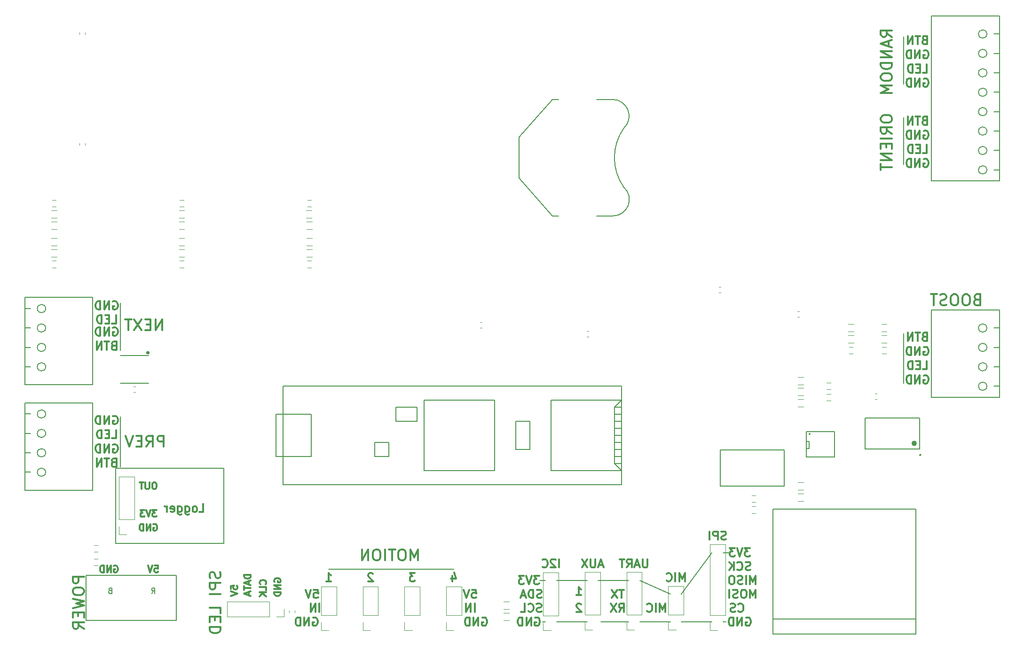
<source format=gbr>
G04 #@! TF.GenerationSoftware,KiCad,Pcbnew,5.1.2-f72e74a~84~ubuntu18.04.1*
G04 #@! TF.CreationDate,2019-07-06T16:20:52-06:00*
G04 #@! TF.ProjectId,colordance_mini,636f6c6f-7264-4616-9e63-655f6d696e69,rev?*
G04 #@! TF.SameCoordinates,Original*
G04 #@! TF.FileFunction,Legend,Bot*
G04 #@! TF.FilePolarity,Positive*
%FSLAX46Y46*%
G04 Gerber Fmt 4.6, Leading zero omitted, Abs format (unit mm)*
G04 Created by KiCad (PCBNEW 5.1.2-f72e74a~84~ubuntu18.04.1) date 2019-07-06 16:20:52*
%MOMM*%
%LPD*%
G04 APERTURE LIST*
%ADD10C,0.300000*%
%ADD11C,0.200000*%
%ADD12C,0.120000*%
%ADD13C,0.203200*%
%ADD14C,0.150000*%
G04 APERTURE END LIST*
D10*
X41314285Y-151400000D02*
X41428571Y-151342857D01*
X41600000Y-151342857D01*
X41771428Y-151400000D01*
X41885714Y-151514285D01*
X41942857Y-151628571D01*
X42000000Y-151857142D01*
X42000000Y-152028571D01*
X41942857Y-152257142D01*
X41885714Y-152371428D01*
X41771428Y-152485714D01*
X41600000Y-152542857D01*
X41485714Y-152542857D01*
X41314285Y-152485714D01*
X41257142Y-152428571D01*
X41257142Y-152028571D01*
X41485714Y-152028571D01*
X40742857Y-152542857D02*
X40742857Y-151342857D01*
X40057142Y-152542857D01*
X40057142Y-151342857D01*
X39485714Y-152542857D02*
X39485714Y-151342857D01*
X39200000Y-151342857D01*
X39028571Y-151400000D01*
X38914285Y-151514285D01*
X38857142Y-151628571D01*
X38800000Y-151857142D01*
X38800000Y-152028571D01*
X38857142Y-152257142D01*
X38914285Y-152371428D01*
X39028571Y-152485714D01*
X39200000Y-152542857D01*
X39485714Y-152542857D01*
D11*
X166741421Y-127600000D02*
G75*
G03X166741421Y-127600000I-141421J0D01*
G01*
D10*
X48700000Y-136342857D02*
X48471428Y-136342857D01*
X48357142Y-136400000D01*
X48242857Y-136514285D01*
X48185714Y-136742857D01*
X48185714Y-137142857D01*
X48242857Y-137371428D01*
X48357142Y-137485714D01*
X48471428Y-137542857D01*
X48700000Y-137542857D01*
X48814285Y-137485714D01*
X48928571Y-137371428D01*
X48985714Y-137142857D01*
X48985714Y-136742857D01*
X48928571Y-136514285D01*
X48814285Y-136400000D01*
X48700000Y-136342857D01*
X47671428Y-136342857D02*
X47671428Y-137314285D01*
X47614285Y-137428571D01*
X47557142Y-137485714D01*
X47442857Y-137542857D01*
X47214285Y-137542857D01*
X47100000Y-137485714D01*
X47042857Y-137428571D01*
X46985714Y-137314285D01*
X46985714Y-136342857D01*
X46585714Y-136342857D02*
X45900000Y-136342857D01*
X46242857Y-137542857D02*
X46242857Y-136342857D01*
X48985714Y-141342857D02*
X48242857Y-141342857D01*
X48642857Y-141800000D01*
X48471428Y-141800000D01*
X48357142Y-141857142D01*
X48300000Y-141914285D01*
X48242857Y-142028571D01*
X48242857Y-142314285D01*
X48300000Y-142428571D01*
X48357142Y-142485714D01*
X48471428Y-142542857D01*
X48814285Y-142542857D01*
X48928571Y-142485714D01*
X48985714Y-142428571D01*
X47900000Y-141342857D02*
X47500000Y-142542857D01*
X47100000Y-141342857D01*
X46814285Y-141342857D02*
X46071428Y-141342857D01*
X46471428Y-141800000D01*
X46300000Y-141800000D01*
X46185714Y-141857142D01*
X46128571Y-141914285D01*
X46071428Y-142028571D01*
X46071428Y-142314285D01*
X46128571Y-142428571D01*
X46185714Y-142485714D01*
X46300000Y-142542857D01*
X46642857Y-142542857D01*
X46757142Y-142485714D01*
X46814285Y-142428571D01*
X48414285Y-143900000D02*
X48528571Y-143842857D01*
X48700000Y-143842857D01*
X48871428Y-143900000D01*
X48985714Y-144014285D01*
X49042857Y-144128571D01*
X49100000Y-144357142D01*
X49100000Y-144528571D01*
X49042857Y-144757142D01*
X48985714Y-144871428D01*
X48871428Y-144985714D01*
X48700000Y-145042857D01*
X48585714Y-145042857D01*
X48414285Y-144985714D01*
X48357142Y-144928571D01*
X48357142Y-144528571D01*
X48585714Y-144528571D01*
X47842857Y-145042857D02*
X47842857Y-143842857D01*
X47157142Y-145042857D01*
X47157142Y-143842857D01*
X46585714Y-145042857D02*
X46585714Y-143842857D01*
X46300000Y-143842857D01*
X46128571Y-143900000D01*
X46014285Y-144014285D01*
X45957142Y-144128571D01*
X45900000Y-144357142D01*
X45900000Y-144528571D01*
X45957142Y-144757142D01*
X46014285Y-144871428D01*
X46128571Y-144985714D01*
X46300000Y-145042857D01*
X46585714Y-145042857D01*
X65942857Y-153000000D02*
X64742857Y-153000000D01*
X64742857Y-153285714D01*
X64800000Y-153457142D01*
X64914285Y-153571428D01*
X65028571Y-153628571D01*
X65257142Y-153685714D01*
X65428571Y-153685714D01*
X65657142Y-153628571D01*
X65771428Y-153571428D01*
X65885714Y-153457142D01*
X65942857Y-153285714D01*
X65942857Y-153000000D01*
X65600000Y-154142857D02*
X65600000Y-154714285D01*
X65942857Y-154028571D02*
X64742857Y-154428571D01*
X65942857Y-154828571D01*
X64742857Y-155057142D02*
X64742857Y-155742857D01*
X65942857Y-155400000D02*
X64742857Y-155400000D01*
X65600000Y-156085714D02*
X65600000Y-156657142D01*
X65942857Y-155971428D02*
X64742857Y-156371428D01*
X65942857Y-156771428D01*
X68628571Y-154685714D02*
X68685714Y-154628571D01*
X68742857Y-154457142D01*
X68742857Y-154342857D01*
X68685714Y-154171428D01*
X68571428Y-154057142D01*
X68457142Y-154000000D01*
X68228571Y-153942857D01*
X68057142Y-153942857D01*
X67828571Y-154000000D01*
X67714285Y-154057142D01*
X67600000Y-154171428D01*
X67542857Y-154342857D01*
X67542857Y-154457142D01*
X67600000Y-154628571D01*
X67657142Y-154685714D01*
X68742857Y-155771428D02*
X68742857Y-155200000D01*
X67542857Y-155200000D01*
X68742857Y-156171428D02*
X67542857Y-156171428D01*
X68742857Y-156857142D02*
X68057142Y-156342857D01*
X67542857Y-156857142D02*
X68228571Y-156171428D01*
X62342857Y-155571428D02*
X62342857Y-155000000D01*
X62914285Y-154942857D01*
X62857142Y-155000000D01*
X62800000Y-155114285D01*
X62800000Y-155400000D01*
X62857142Y-155514285D01*
X62914285Y-155571428D01*
X63028571Y-155628571D01*
X63314285Y-155628571D01*
X63428571Y-155571428D01*
X63485714Y-155514285D01*
X63542857Y-155400000D01*
X63542857Y-155114285D01*
X63485714Y-155000000D01*
X63428571Y-154942857D01*
X62342857Y-155971428D02*
X63542857Y-156371428D01*
X62342857Y-156771428D01*
X70200000Y-154285714D02*
X70142857Y-154171428D01*
X70142857Y-154000000D01*
X70200000Y-153828571D01*
X70314285Y-153714285D01*
X70428571Y-153657142D01*
X70657142Y-153600000D01*
X70828571Y-153600000D01*
X71057142Y-153657142D01*
X71171428Y-153714285D01*
X71285714Y-153828571D01*
X71342857Y-154000000D01*
X71342857Y-154114285D01*
X71285714Y-154285714D01*
X71228571Y-154342857D01*
X70828571Y-154342857D01*
X70828571Y-154114285D01*
X71342857Y-154857142D02*
X70142857Y-154857142D01*
X71342857Y-155542857D01*
X70142857Y-155542857D01*
X71342857Y-156114285D02*
X70142857Y-156114285D01*
X70142857Y-156400000D01*
X70200000Y-156571428D01*
X70314285Y-156685714D01*
X70428571Y-156742857D01*
X70657142Y-156800000D01*
X70828571Y-156800000D01*
X71057142Y-156742857D01*
X71171428Y-156685714D01*
X71285714Y-156571428D01*
X71342857Y-156400000D01*
X71342857Y-156114285D01*
X48628571Y-151342857D02*
X49200000Y-151342857D01*
X49257142Y-151914285D01*
X49200000Y-151857142D01*
X49085714Y-151800000D01*
X48800000Y-151800000D01*
X48685714Y-151857142D01*
X48628571Y-151914285D01*
X48571428Y-152028571D01*
X48571428Y-152314285D01*
X48628571Y-152428571D01*
X48685714Y-152485714D01*
X48800000Y-152542857D01*
X49085714Y-152542857D01*
X49200000Y-152485714D01*
X49257142Y-152428571D01*
X48228571Y-151342857D02*
X47828571Y-152542857D01*
X47428571Y-151342857D01*
X107642857Y-160750000D02*
X107785714Y-160678571D01*
X108000000Y-160678571D01*
X108214285Y-160750000D01*
X108357142Y-160892857D01*
X108428571Y-161035714D01*
X108500000Y-161321428D01*
X108500000Y-161535714D01*
X108428571Y-161821428D01*
X108357142Y-161964285D01*
X108214285Y-162107142D01*
X108000000Y-162178571D01*
X107857142Y-162178571D01*
X107642857Y-162107142D01*
X107571428Y-162035714D01*
X107571428Y-161535714D01*
X107857142Y-161535714D01*
X106928571Y-162178571D02*
X106928571Y-160678571D01*
X106071428Y-162178571D01*
X106071428Y-160678571D01*
X105357142Y-162178571D02*
X105357142Y-160678571D01*
X105000000Y-160678571D01*
X104785714Y-160750000D01*
X104642857Y-160892857D01*
X104571428Y-161035714D01*
X104500000Y-161321428D01*
X104500000Y-161535714D01*
X104571428Y-161821428D01*
X104642857Y-161964285D01*
X104785714Y-162107142D01*
X105000000Y-162178571D01*
X105357142Y-162178571D01*
X106285714Y-159678571D02*
X106285714Y-158178571D01*
X105571428Y-159678571D02*
X105571428Y-158178571D01*
X104714285Y-159678571D01*
X104714285Y-158178571D01*
X105785714Y-155678571D02*
X106500000Y-155678571D01*
X106571428Y-156392857D01*
X106500000Y-156321428D01*
X106357142Y-156250000D01*
X106000000Y-156250000D01*
X105857142Y-156321428D01*
X105785714Y-156392857D01*
X105714285Y-156535714D01*
X105714285Y-156892857D01*
X105785714Y-157035714D01*
X105857142Y-157107142D01*
X106000000Y-157178571D01*
X106357142Y-157178571D01*
X106500000Y-157107142D01*
X106571428Y-157035714D01*
X105285714Y-155678571D02*
X104785714Y-157178571D01*
X104285714Y-155678571D01*
X78285714Y-159678571D02*
X78285714Y-158178571D01*
X77571428Y-159678571D02*
X77571428Y-158178571D01*
X76714285Y-159678571D01*
X76714285Y-158178571D01*
X77142857Y-160750000D02*
X77285714Y-160678571D01*
X77500000Y-160678571D01*
X77714285Y-160750000D01*
X77857142Y-160892857D01*
X77928571Y-161035714D01*
X78000000Y-161321428D01*
X78000000Y-161535714D01*
X77928571Y-161821428D01*
X77857142Y-161964285D01*
X77714285Y-162107142D01*
X77500000Y-162178571D01*
X77357142Y-162178571D01*
X77142857Y-162107142D01*
X77071428Y-162035714D01*
X77071428Y-161535714D01*
X77357142Y-161535714D01*
X76428571Y-162178571D02*
X76428571Y-160678571D01*
X75571428Y-162178571D01*
X75571428Y-160678571D01*
X74857142Y-162178571D02*
X74857142Y-160678571D01*
X74500000Y-160678571D01*
X74285714Y-160750000D01*
X74142857Y-160892857D01*
X74071428Y-161035714D01*
X74000000Y-161321428D01*
X74000000Y-161535714D01*
X74071428Y-161821428D01*
X74142857Y-161964285D01*
X74285714Y-162107142D01*
X74500000Y-162178571D01*
X74857142Y-162178571D01*
X77285714Y-155678571D02*
X78000000Y-155678571D01*
X78071428Y-156392857D01*
X78000000Y-156321428D01*
X77857142Y-156250000D01*
X77500000Y-156250000D01*
X77357142Y-156321428D01*
X77285714Y-156392857D01*
X77214285Y-156535714D01*
X77214285Y-156892857D01*
X77285714Y-157035714D01*
X77357142Y-157107142D01*
X77500000Y-157178571D01*
X77857142Y-157178571D01*
X78000000Y-157107142D01*
X78071428Y-157035714D01*
X76785714Y-155678571D02*
X76285714Y-157178571D01*
X75785714Y-155678571D01*
X153750000Y-159535714D02*
X153821428Y-159607142D01*
X154035714Y-159678571D01*
X154178571Y-159678571D01*
X154392857Y-159607142D01*
X154535714Y-159464285D01*
X154607142Y-159321428D01*
X154678571Y-159035714D01*
X154678571Y-158821428D01*
X154607142Y-158535714D01*
X154535714Y-158392857D01*
X154392857Y-158250000D01*
X154178571Y-158178571D01*
X154035714Y-158178571D01*
X153821428Y-158250000D01*
X153750000Y-158321428D01*
X153178571Y-159607142D02*
X152964285Y-159678571D01*
X152607142Y-159678571D01*
X152464285Y-159607142D01*
X152392857Y-159535714D01*
X152321428Y-159392857D01*
X152321428Y-159250000D01*
X152392857Y-159107142D01*
X152464285Y-159035714D01*
X152607142Y-158964285D01*
X152892857Y-158892857D01*
X153035714Y-158821428D01*
X153107142Y-158750000D01*
X153178571Y-158607142D01*
X153178571Y-158464285D01*
X153107142Y-158321428D01*
X153035714Y-158250000D01*
X152892857Y-158178571D01*
X152535714Y-158178571D01*
X152321428Y-158250000D01*
X156857142Y-157178571D02*
X156857142Y-155678571D01*
X156357142Y-156750000D01*
X155857142Y-155678571D01*
X155857142Y-157178571D01*
X154857142Y-155678571D02*
X154571428Y-155678571D01*
X154428571Y-155750000D01*
X154285714Y-155892857D01*
X154214285Y-156178571D01*
X154214285Y-156678571D01*
X154285714Y-156964285D01*
X154428571Y-157107142D01*
X154571428Y-157178571D01*
X154857142Y-157178571D01*
X155000000Y-157107142D01*
X155142857Y-156964285D01*
X155214285Y-156678571D01*
X155214285Y-156178571D01*
X155142857Y-155892857D01*
X155000000Y-155750000D01*
X154857142Y-155678571D01*
X153642857Y-157107142D02*
X153428571Y-157178571D01*
X153071428Y-157178571D01*
X152928571Y-157107142D01*
X152857142Y-157035714D01*
X152785714Y-156892857D01*
X152785714Y-156750000D01*
X152857142Y-156607142D01*
X152928571Y-156535714D01*
X153071428Y-156464285D01*
X153357142Y-156392857D01*
X153500000Y-156321428D01*
X153571428Y-156250000D01*
X153642857Y-156107142D01*
X153642857Y-155964285D01*
X153571428Y-155821428D01*
X153500000Y-155750000D01*
X153357142Y-155678571D01*
X153000000Y-155678571D01*
X152785714Y-155750000D01*
X152142857Y-157178571D02*
X152142857Y-155678571D01*
X156857142Y-154678571D02*
X156857142Y-153178571D01*
X156357142Y-154250000D01*
X155857142Y-153178571D01*
X155857142Y-154678571D01*
X155142857Y-154678571D02*
X155142857Y-153178571D01*
X154500000Y-154607142D02*
X154285714Y-154678571D01*
X153928571Y-154678571D01*
X153785714Y-154607142D01*
X153714285Y-154535714D01*
X153642857Y-154392857D01*
X153642857Y-154250000D01*
X153714285Y-154107142D01*
X153785714Y-154035714D01*
X153928571Y-153964285D01*
X154214285Y-153892857D01*
X154357142Y-153821428D01*
X154428571Y-153750000D01*
X154500000Y-153607142D01*
X154500000Y-153464285D01*
X154428571Y-153321428D01*
X154357142Y-153250000D01*
X154214285Y-153178571D01*
X153857142Y-153178571D01*
X153642857Y-153250000D01*
X152714285Y-153178571D02*
X152428571Y-153178571D01*
X152285714Y-153250000D01*
X152142857Y-153392857D01*
X152071428Y-153678571D01*
X152071428Y-154178571D01*
X152142857Y-154464285D01*
X152285714Y-154607142D01*
X152428571Y-154678571D01*
X152714285Y-154678571D01*
X152857142Y-154607142D01*
X153000000Y-154464285D01*
X153071428Y-154178571D01*
X153071428Y-153678571D01*
X153000000Y-153392857D01*
X152857142Y-153250000D01*
X152714285Y-153178571D01*
X155928571Y-152107142D02*
X155714285Y-152178571D01*
X155357142Y-152178571D01*
X155214285Y-152107142D01*
X155142857Y-152035714D01*
X155071428Y-151892857D01*
X155071428Y-151750000D01*
X155142857Y-151607142D01*
X155214285Y-151535714D01*
X155357142Y-151464285D01*
X155642857Y-151392857D01*
X155785714Y-151321428D01*
X155857142Y-151250000D01*
X155928571Y-151107142D01*
X155928571Y-150964285D01*
X155857142Y-150821428D01*
X155785714Y-150750000D01*
X155642857Y-150678571D01*
X155285714Y-150678571D01*
X155071428Y-150750000D01*
X153571428Y-152035714D02*
X153642857Y-152107142D01*
X153857142Y-152178571D01*
X154000000Y-152178571D01*
X154214285Y-152107142D01*
X154357142Y-151964285D01*
X154428571Y-151821428D01*
X154500000Y-151535714D01*
X154500000Y-151321428D01*
X154428571Y-151035714D01*
X154357142Y-150892857D01*
X154214285Y-150750000D01*
X154000000Y-150678571D01*
X153857142Y-150678571D01*
X153642857Y-150750000D01*
X153571428Y-150821428D01*
X152928571Y-152178571D02*
X152928571Y-150678571D01*
X152071428Y-152178571D02*
X152714285Y-151321428D01*
X152071428Y-150678571D02*
X152928571Y-151535714D01*
X140607142Y-159678571D02*
X140607142Y-158178571D01*
X140107142Y-159250000D01*
X139607142Y-158178571D01*
X139607142Y-159678571D01*
X138892857Y-159678571D02*
X138892857Y-158178571D01*
X137321428Y-159535714D02*
X137392857Y-159607142D01*
X137607142Y-159678571D01*
X137750000Y-159678571D01*
X137964285Y-159607142D01*
X138107142Y-159464285D01*
X138178571Y-159321428D01*
X138250000Y-159035714D01*
X138250000Y-158821428D01*
X138178571Y-158535714D01*
X138107142Y-158392857D01*
X137964285Y-158250000D01*
X137750000Y-158178571D01*
X137607142Y-158178571D01*
X137392857Y-158250000D01*
X137321428Y-158321428D01*
X132250000Y-159678571D02*
X132750000Y-158964285D01*
X133107142Y-159678571D02*
X133107142Y-158178571D01*
X132535714Y-158178571D01*
X132392857Y-158250000D01*
X132321428Y-158321428D01*
X132250000Y-158464285D01*
X132250000Y-158678571D01*
X132321428Y-158821428D01*
X132392857Y-158892857D01*
X132535714Y-158964285D01*
X133107142Y-158964285D01*
X131750000Y-158178571D02*
X130750000Y-159678571D01*
X130750000Y-158178571D02*
X131750000Y-159678571D01*
X133142857Y-155678571D02*
X132285714Y-155678571D01*
X132714285Y-157178571D02*
X132714285Y-155678571D01*
X131928571Y-155678571D02*
X130928571Y-157178571D01*
X130928571Y-155678571D02*
X131928571Y-157178571D01*
X125428571Y-158321428D02*
X125357142Y-158250000D01*
X125214285Y-158178571D01*
X124857142Y-158178571D01*
X124714285Y-158250000D01*
X124642857Y-158321428D01*
X124571428Y-158464285D01*
X124571428Y-158607142D01*
X124642857Y-158821428D01*
X125500000Y-159678571D01*
X124571428Y-159678571D01*
X124571428Y-156678571D02*
X125428571Y-156678571D01*
X125000000Y-156678571D02*
X125000000Y-155178571D01*
X125142857Y-155392857D01*
X125285714Y-155535714D01*
X125428571Y-155607142D01*
X118285714Y-159607142D02*
X118071428Y-159678571D01*
X117714285Y-159678571D01*
X117571428Y-159607142D01*
X117500000Y-159535714D01*
X117428571Y-159392857D01*
X117428571Y-159250000D01*
X117500000Y-159107142D01*
X117571428Y-159035714D01*
X117714285Y-158964285D01*
X118000000Y-158892857D01*
X118142857Y-158821428D01*
X118214285Y-158750000D01*
X118285714Y-158607142D01*
X118285714Y-158464285D01*
X118214285Y-158321428D01*
X118142857Y-158250000D01*
X118000000Y-158178571D01*
X117642857Y-158178571D01*
X117428571Y-158250000D01*
X115928571Y-159535714D02*
X116000000Y-159607142D01*
X116214285Y-159678571D01*
X116357142Y-159678571D01*
X116571428Y-159607142D01*
X116714285Y-159464285D01*
X116785714Y-159321428D01*
X116857142Y-159035714D01*
X116857142Y-158821428D01*
X116785714Y-158535714D01*
X116714285Y-158392857D01*
X116571428Y-158250000D01*
X116357142Y-158178571D01*
X116214285Y-158178571D01*
X116000000Y-158250000D01*
X115928571Y-158321428D01*
X114571428Y-159678571D02*
X115285714Y-159678571D01*
X115285714Y-158178571D01*
X118321428Y-157107142D02*
X118107142Y-157178571D01*
X117750000Y-157178571D01*
X117607142Y-157107142D01*
X117535714Y-157035714D01*
X117464285Y-156892857D01*
X117464285Y-156750000D01*
X117535714Y-156607142D01*
X117607142Y-156535714D01*
X117750000Y-156464285D01*
X118035714Y-156392857D01*
X118178571Y-156321428D01*
X118250000Y-156250000D01*
X118321428Y-156107142D01*
X118321428Y-155964285D01*
X118250000Y-155821428D01*
X118178571Y-155750000D01*
X118035714Y-155678571D01*
X117678571Y-155678571D01*
X117464285Y-155750000D01*
X116821428Y-157178571D02*
X116821428Y-155678571D01*
X116464285Y-155678571D01*
X116250000Y-155750000D01*
X116107142Y-155892857D01*
X116035714Y-156035714D01*
X115964285Y-156321428D01*
X115964285Y-156535714D01*
X116035714Y-156821428D01*
X116107142Y-156964285D01*
X116250000Y-157107142D01*
X116464285Y-157178571D01*
X116821428Y-157178571D01*
X115392857Y-156750000D02*
X114678571Y-156750000D01*
X115535714Y-157178571D02*
X115035714Y-155678571D01*
X114535714Y-157178571D01*
D11*
X151000000Y-149000000D02*
X152000000Y-149000000D01*
D10*
X155857142Y-148178571D02*
X154928571Y-148178571D01*
X155428571Y-148750000D01*
X155214285Y-148750000D01*
X155071428Y-148821428D01*
X155000000Y-148892857D01*
X154928571Y-149035714D01*
X154928571Y-149392857D01*
X155000000Y-149535714D01*
X155071428Y-149607142D01*
X155214285Y-149678571D01*
X155642857Y-149678571D01*
X155785714Y-149607142D01*
X155857142Y-149535714D01*
X154500000Y-148178571D02*
X154000000Y-149678571D01*
X153500000Y-148178571D01*
X153142857Y-148178571D02*
X152214285Y-148178571D01*
X152714285Y-148750000D01*
X152500000Y-148750000D01*
X152357142Y-148821428D01*
X152285714Y-148892857D01*
X152214285Y-149035714D01*
X152214285Y-149392857D01*
X152285714Y-149535714D01*
X152357142Y-149607142D01*
X152500000Y-149678571D01*
X152928571Y-149678571D01*
X153071428Y-149607142D01*
X153142857Y-149535714D01*
D11*
X143500000Y-156500000D02*
X149000000Y-149000000D01*
X136000000Y-154000000D02*
X141500000Y-156500000D01*
X128500000Y-154000000D02*
X134000000Y-154000000D01*
X121000000Y-154000000D02*
X126500000Y-154000000D01*
X118000000Y-154000000D02*
X119000000Y-154000000D01*
D10*
X117857142Y-153178571D02*
X116928571Y-153178571D01*
X117428571Y-153750000D01*
X117214285Y-153750000D01*
X117071428Y-153821428D01*
X117000000Y-153892857D01*
X116928571Y-154035714D01*
X116928571Y-154392857D01*
X117000000Y-154535714D01*
X117071428Y-154607142D01*
X117214285Y-154678571D01*
X117642857Y-154678571D01*
X117785714Y-154607142D01*
X117857142Y-154535714D01*
X116500000Y-153178571D02*
X116000000Y-154678571D01*
X115500000Y-153178571D01*
X115142857Y-153178571D02*
X114214285Y-153178571D01*
X114714285Y-153750000D01*
X114500000Y-153750000D01*
X114357142Y-153821428D01*
X114285714Y-153892857D01*
X114214285Y-154035714D01*
X114214285Y-154392857D01*
X114285714Y-154535714D01*
X114357142Y-154607142D01*
X114500000Y-154678571D01*
X114928571Y-154678571D01*
X115071428Y-154607142D01*
X115142857Y-154535714D01*
X121464285Y-151678571D02*
X121464285Y-150178571D01*
X120821428Y-150321428D02*
X120750000Y-150250000D01*
X120607142Y-150178571D01*
X120250000Y-150178571D01*
X120107142Y-150250000D01*
X120035714Y-150321428D01*
X119964285Y-150464285D01*
X119964285Y-150607142D01*
X120035714Y-150821428D01*
X120892857Y-151678571D01*
X119964285Y-151678571D01*
X118464285Y-151535714D02*
X118535714Y-151607142D01*
X118750000Y-151678571D01*
X118892857Y-151678571D01*
X119107142Y-151607142D01*
X119250000Y-151464285D01*
X119321428Y-151321428D01*
X119392857Y-151035714D01*
X119392857Y-150821428D01*
X119321428Y-150535714D01*
X119250000Y-150392857D01*
X119107142Y-150250000D01*
X118892857Y-150178571D01*
X118750000Y-150178571D01*
X118535714Y-150250000D01*
X118464285Y-150321428D01*
X129357142Y-151250000D02*
X128642857Y-151250000D01*
X129500000Y-151678571D02*
X129000000Y-150178571D01*
X128500000Y-151678571D01*
X128000000Y-150178571D02*
X128000000Y-151392857D01*
X127928571Y-151535714D01*
X127857142Y-151607142D01*
X127714285Y-151678571D01*
X127428571Y-151678571D01*
X127285714Y-151607142D01*
X127214285Y-151535714D01*
X127142857Y-151392857D01*
X127142857Y-150178571D01*
X126571428Y-150178571D02*
X125571428Y-151678571D01*
X125571428Y-150178571D02*
X126571428Y-151678571D01*
X137392857Y-150178571D02*
X137392857Y-151392857D01*
X137321428Y-151535714D01*
X137250000Y-151607142D01*
X137107142Y-151678571D01*
X136821428Y-151678571D01*
X136678571Y-151607142D01*
X136607142Y-151535714D01*
X136535714Y-151392857D01*
X136535714Y-150178571D01*
X135892857Y-151250000D02*
X135178571Y-151250000D01*
X136035714Y-151678571D02*
X135535714Y-150178571D01*
X135035714Y-151678571D01*
X133678571Y-151678571D02*
X134178571Y-150964285D01*
X134535714Y-151678571D02*
X134535714Y-150178571D01*
X133964285Y-150178571D01*
X133821428Y-150250000D01*
X133750000Y-150321428D01*
X133678571Y-150464285D01*
X133678571Y-150678571D01*
X133750000Y-150821428D01*
X133821428Y-150892857D01*
X133964285Y-150964285D01*
X134535714Y-150964285D01*
X133250000Y-150178571D02*
X132392857Y-150178571D01*
X132821428Y-151678571D02*
X132821428Y-150178571D01*
X144107142Y-154178571D02*
X144107142Y-152678571D01*
X143607142Y-153750000D01*
X143107142Y-152678571D01*
X143107142Y-154178571D01*
X142392857Y-154178571D02*
X142392857Y-152678571D01*
X140821428Y-154035714D02*
X140892857Y-154107142D01*
X141107142Y-154178571D01*
X141250000Y-154178571D01*
X141464285Y-154107142D01*
X141607142Y-153964285D01*
X141678571Y-153821428D01*
X141750000Y-153535714D01*
X141750000Y-153321428D01*
X141678571Y-153035714D01*
X141607142Y-152892857D01*
X141464285Y-152750000D01*
X141250000Y-152678571D01*
X141107142Y-152678571D01*
X140892857Y-152750000D01*
X140821428Y-152821428D01*
X151535714Y-146607142D02*
X151321428Y-146678571D01*
X150964285Y-146678571D01*
X150821428Y-146607142D01*
X150750000Y-146535714D01*
X150678571Y-146392857D01*
X150678571Y-146250000D01*
X150750000Y-146107142D01*
X150821428Y-146035714D01*
X150964285Y-145964285D01*
X151250000Y-145892857D01*
X151392857Y-145821428D01*
X151464285Y-145750000D01*
X151535714Y-145607142D01*
X151535714Y-145464285D01*
X151464285Y-145321428D01*
X151392857Y-145250000D01*
X151250000Y-145178571D01*
X150892857Y-145178571D01*
X150678571Y-145250000D01*
X150035714Y-146678571D02*
X150035714Y-145178571D01*
X149464285Y-145178571D01*
X149321428Y-145250000D01*
X149250000Y-145321428D01*
X149178571Y-145464285D01*
X149178571Y-145678571D01*
X149250000Y-145821428D01*
X149321428Y-145892857D01*
X149464285Y-145964285D01*
X150035714Y-145964285D01*
X148535714Y-146678571D02*
X148535714Y-145178571D01*
D11*
X119000000Y-161500000D02*
X118500000Y-161500000D01*
X151000000Y-161500000D02*
X151500000Y-161500000D01*
X143500000Y-161500000D02*
X149000000Y-161500000D01*
X136000000Y-161500000D02*
X141500000Y-161500000D01*
X129000000Y-161500000D02*
X134000000Y-161500000D01*
X121000000Y-161500000D02*
X126500000Y-161500000D01*
D10*
X117142857Y-160750000D02*
X117285714Y-160678571D01*
X117500000Y-160678571D01*
X117714285Y-160750000D01*
X117857142Y-160892857D01*
X117928571Y-161035714D01*
X118000000Y-161321428D01*
X118000000Y-161535714D01*
X117928571Y-161821428D01*
X117857142Y-161964285D01*
X117714285Y-162107142D01*
X117500000Y-162178571D01*
X117357142Y-162178571D01*
X117142857Y-162107142D01*
X117071428Y-162035714D01*
X117071428Y-161535714D01*
X117357142Y-161535714D01*
X116428571Y-162178571D02*
X116428571Y-160678571D01*
X115571428Y-162178571D01*
X115571428Y-160678571D01*
X114857142Y-162178571D02*
X114857142Y-160678571D01*
X114500000Y-160678571D01*
X114285714Y-160750000D01*
X114142857Y-160892857D01*
X114071428Y-161035714D01*
X114000000Y-161321428D01*
X114000000Y-161535714D01*
X114071428Y-161821428D01*
X114142857Y-161964285D01*
X114285714Y-162107142D01*
X114500000Y-162178571D01*
X114857142Y-162178571D01*
X155142857Y-160750000D02*
X155285714Y-160678571D01*
X155500000Y-160678571D01*
X155714285Y-160750000D01*
X155857142Y-160892857D01*
X155928571Y-161035714D01*
X156000000Y-161321428D01*
X156000000Y-161535714D01*
X155928571Y-161821428D01*
X155857142Y-161964285D01*
X155714285Y-162107142D01*
X155500000Y-162178571D01*
X155357142Y-162178571D01*
X155142857Y-162107142D01*
X155071428Y-162035714D01*
X155071428Y-161535714D01*
X155357142Y-161535714D01*
X154428571Y-162178571D02*
X154428571Y-160678571D01*
X153571428Y-162178571D01*
X153571428Y-160678571D01*
X152857142Y-162178571D02*
X152857142Y-160678571D01*
X152500000Y-160678571D01*
X152285714Y-160750000D01*
X152142857Y-160892857D01*
X152071428Y-161035714D01*
X152000000Y-161321428D01*
X152000000Y-161535714D01*
X152071428Y-161821428D01*
X152142857Y-161964285D01*
X152285714Y-162107142D01*
X152500000Y-162178571D01*
X152857142Y-162178571D01*
D11*
X80000000Y-152000000D02*
X102500000Y-152000000D01*
D10*
X79571428Y-154178571D02*
X80428571Y-154178571D01*
X80000000Y-154178571D02*
X80000000Y-152678571D01*
X80142857Y-152892857D01*
X80285714Y-153035714D01*
X80428571Y-153107142D01*
X87928571Y-152821428D02*
X87857142Y-152750000D01*
X87714285Y-152678571D01*
X87357142Y-152678571D01*
X87214285Y-152750000D01*
X87142857Y-152821428D01*
X87071428Y-152964285D01*
X87071428Y-153107142D01*
X87142857Y-153321428D01*
X88000000Y-154178571D01*
X87071428Y-154178571D01*
X95500000Y-152678571D02*
X94571428Y-152678571D01*
X95071428Y-153250000D01*
X94857142Y-153250000D01*
X94714285Y-153321428D01*
X94642857Y-153392857D01*
X94571428Y-153535714D01*
X94571428Y-153892857D01*
X94642857Y-154035714D01*
X94714285Y-154107142D01*
X94857142Y-154178571D01*
X95285714Y-154178571D01*
X95428571Y-154107142D01*
X95500000Y-154035714D01*
X102214285Y-153178571D02*
X102214285Y-154178571D01*
X102571428Y-152607142D02*
X102928571Y-153678571D01*
X102000000Y-153678571D01*
X96047619Y-150404761D02*
X96047619Y-148404761D01*
X95380952Y-149833333D01*
X94714285Y-148404761D01*
X94714285Y-150404761D01*
X93380952Y-148404761D02*
X93000000Y-148404761D01*
X92809523Y-148500000D01*
X92619047Y-148690476D01*
X92523809Y-149071428D01*
X92523809Y-149738095D01*
X92619047Y-150119047D01*
X92809523Y-150309523D01*
X93000000Y-150404761D01*
X93380952Y-150404761D01*
X93571428Y-150309523D01*
X93761904Y-150119047D01*
X93857142Y-149738095D01*
X93857142Y-149071428D01*
X93761904Y-148690476D01*
X93571428Y-148500000D01*
X93380952Y-148404761D01*
X91952380Y-148404761D02*
X90809523Y-148404761D01*
X91380952Y-150404761D02*
X91380952Y-148404761D01*
X90142857Y-150404761D02*
X90142857Y-148404761D01*
X88809523Y-148404761D02*
X88428571Y-148404761D01*
X88238095Y-148500000D01*
X88047619Y-148690476D01*
X87952380Y-149071428D01*
X87952380Y-149738095D01*
X88047619Y-150119047D01*
X88238095Y-150309523D01*
X88428571Y-150404761D01*
X88809523Y-150404761D01*
X89000000Y-150309523D01*
X89190476Y-150119047D01*
X89285714Y-149738095D01*
X89285714Y-149071428D01*
X89190476Y-148690476D01*
X89000000Y-148500000D01*
X88809523Y-148404761D01*
X87095238Y-150404761D02*
X87095238Y-148404761D01*
X85952380Y-150404761D01*
X85952380Y-148404761D01*
D11*
X183500000Y-109500000D02*
X183500000Y-118500000D01*
X183500000Y-70500000D02*
X183500000Y-79000000D01*
X183500000Y-56000000D02*
X183500000Y-64500000D01*
D10*
X181404761Y-56023809D02*
X180452380Y-55357142D01*
X181404761Y-54880952D02*
X179404761Y-54880952D01*
X179404761Y-55642857D01*
X179500000Y-55833333D01*
X179595238Y-55928571D01*
X179785714Y-56023809D01*
X180071428Y-56023809D01*
X180261904Y-55928571D01*
X180357142Y-55833333D01*
X180452380Y-55642857D01*
X180452380Y-54880952D01*
X180833333Y-56785714D02*
X180833333Y-57738095D01*
X181404761Y-56595238D02*
X179404761Y-57261904D01*
X181404761Y-57928571D01*
X181404761Y-58595238D02*
X179404761Y-58595238D01*
X181404761Y-59738095D01*
X179404761Y-59738095D01*
X181404761Y-60690476D02*
X179404761Y-60690476D01*
X179404761Y-61166666D01*
X179500000Y-61452380D01*
X179690476Y-61642857D01*
X179880952Y-61738095D01*
X180261904Y-61833333D01*
X180547619Y-61833333D01*
X180928571Y-61738095D01*
X181119047Y-61642857D01*
X181309523Y-61452380D01*
X181404761Y-61166666D01*
X181404761Y-60690476D01*
X179404761Y-63071428D02*
X179404761Y-63452380D01*
X179500000Y-63642857D01*
X179690476Y-63833333D01*
X180071428Y-63928571D01*
X180738095Y-63928571D01*
X181119047Y-63833333D01*
X181309523Y-63642857D01*
X181404761Y-63452380D01*
X181404761Y-63071428D01*
X181309523Y-62880952D01*
X181119047Y-62690476D01*
X180738095Y-62595238D01*
X180071428Y-62595238D01*
X179690476Y-62690476D01*
X179500000Y-62880952D01*
X179404761Y-63071428D01*
X181404761Y-64785714D02*
X179404761Y-64785714D01*
X180833333Y-65452380D01*
X179404761Y-66119047D01*
X181404761Y-66119047D01*
X179404761Y-70619047D02*
X179404761Y-71000000D01*
X179500000Y-71190476D01*
X179690476Y-71380952D01*
X180071428Y-71476190D01*
X180738095Y-71476190D01*
X181119047Y-71380952D01*
X181309523Y-71190476D01*
X181404761Y-71000000D01*
X181404761Y-70619047D01*
X181309523Y-70428571D01*
X181119047Y-70238095D01*
X180738095Y-70142857D01*
X180071428Y-70142857D01*
X179690476Y-70238095D01*
X179500000Y-70428571D01*
X179404761Y-70619047D01*
X181404761Y-73476190D02*
X180452380Y-72809523D01*
X181404761Y-72333333D02*
X179404761Y-72333333D01*
X179404761Y-73095238D01*
X179500000Y-73285714D01*
X179595238Y-73380952D01*
X179785714Y-73476190D01*
X180071428Y-73476190D01*
X180261904Y-73380952D01*
X180357142Y-73285714D01*
X180452380Y-73095238D01*
X180452380Y-72333333D01*
X181404761Y-74333333D02*
X179404761Y-74333333D01*
X180357142Y-75285714D02*
X180357142Y-75952380D01*
X181404761Y-76238095D02*
X181404761Y-75285714D01*
X179404761Y-75285714D01*
X179404761Y-76238095D01*
X181404761Y-77095238D02*
X179404761Y-77095238D01*
X181404761Y-78238095D01*
X179404761Y-78238095D01*
X179404761Y-78904761D02*
X179404761Y-80047619D01*
X181404761Y-79476190D02*
X179404761Y-79476190D01*
X196666666Y-103357142D02*
X196380952Y-103452380D01*
X196285714Y-103547619D01*
X196190476Y-103738095D01*
X196190476Y-104023809D01*
X196285714Y-104214285D01*
X196380952Y-104309523D01*
X196571428Y-104404761D01*
X197333333Y-104404761D01*
X197333333Y-102404761D01*
X196666666Y-102404761D01*
X196476190Y-102500000D01*
X196380952Y-102595238D01*
X196285714Y-102785714D01*
X196285714Y-102976190D01*
X196380952Y-103166666D01*
X196476190Y-103261904D01*
X196666666Y-103357142D01*
X197333333Y-103357142D01*
X194952380Y-102404761D02*
X194571428Y-102404761D01*
X194380952Y-102500000D01*
X194190476Y-102690476D01*
X194095238Y-103071428D01*
X194095238Y-103738095D01*
X194190476Y-104119047D01*
X194380952Y-104309523D01*
X194571428Y-104404761D01*
X194952380Y-104404761D01*
X195142857Y-104309523D01*
X195333333Y-104119047D01*
X195428571Y-103738095D01*
X195428571Y-103071428D01*
X195333333Y-102690476D01*
X195142857Y-102500000D01*
X194952380Y-102404761D01*
X192857142Y-102404761D02*
X192476190Y-102404761D01*
X192285714Y-102500000D01*
X192095238Y-102690476D01*
X192000000Y-103071428D01*
X192000000Y-103738095D01*
X192095238Y-104119047D01*
X192285714Y-104309523D01*
X192476190Y-104404761D01*
X192857142Y-104404761D01*
X193047619Y-104309523D01*
X193238095Y-104119047D01*
X193333333Y-103738095D01*
X193333333Y-103071428D01*
X193238095Y-102690476D01*
X193047619Y-102500000D01*
X192857142Y-102404761D01*
X191238095Y-104309523D02*
X190952380Y-104404761D01*
X190476190Y-104404761D01*
X190285714Y-104309523D01*
X190190476Y-104214285D01*
X190095238Y-104023809D01*
X190095238Y-103833333D01*
X190190476Y-103642857D01*
X190285714Y-103547619D01*
X190476190Y-103452380D01*
X190857142Y-103357142D01*
X191047619Y-103261904D01*
X191142857Y-103166666D01*
X191238095Y-102976190D01*
X191238095Y-102785714D01*
X191142857Y-102595238D01*
X191047619Y-102500000D01*
X190857142Y-102404761D01*
X190380952Y-102404761D01*
X190095238Y-102500000D01*
X189523809Y-102404761D02*
X188380952Y-102404761D01*
X188952380Y-104404761D02*
X188952380Y-102404761D01*
X60409523Y-152476190D02*
X60504761Y-152761904D01*
X60504761Y-153238095D01*
X60409523Y-153428571D01*
X60314285Y-153523809D01*
X60123809Y-153619047D01*
X59933333Y-153619047D01*
X59742857Y-153523809D01*
X59647619Y-153428571D01*
X59552380Y-153238095D01*
X59457142Y-152857142D01*
X59361904Y-152666666D01*
X59266666Y-152571428D01*
X59076190Y-152476190D01*
X58885714Y-152476190D01*
X58695238Y-152571428D01*
X58600000Y-152666666D01*
X58504761Y-152857142D01*
X58504761Y-153333333D01*
X58600000Y-153619047D01*
X60504761Y-154476190D02*
X58504761Y-154476190D01*
X58504761Y-155238095D01*
X58600000Y-155428571D01*
X58695238Y-155523809D01*
X58885714Y-155619047D01*
X59171428Y-155619047D01*
X59361904Y-155523809D01*
X59457142Y-155428571D01*
X59552380Y-155238095D01*
X59552380Y-154476190D01*
X60504761Y-156476190D02*
X58504761Y-156476190D01*
X60504761Y-159904761D02*
X60504761Y-158952380D01*
X58504761Y-158952380D01*
X59457142Y-160571428D02*
X59457142Y-161238095D01*
X60504761Y-161523809D02*
X60504761Y-160571428D01*
X58504761Y-160571428D01*
X58504761Y-161523809D01*
X60504761Y-162380952D02*
X58504761Y-162380952D01*
X58504761Y-162857142D01*
X58600000Y-163142857D01*
X58790476Y-163333333D01*
X58980952Y-163428571D01*
X59361904Y-163523809D01*
X59647619Y-163523809D01*
X60028571Y-163428571D01*
X60219047Y-163333333D01*
X60409523Y-163142857D01*
X60504761Y-162857142D01*
X60504761Y-162380952D01*
X35904761Y-153380952D02*
X33904761Y-153380952D01*
X33904761Y-154142857D01*
X34000000Y-154333333D01*
X34095238Y-154428571D01*
X34285714Y-154523809D01*
X34571428Y-154523809D01*
X34761904Y-154428571D01*
X34857142Y-154333333D01*
X34952380Y-154142857D01*
X34952380Y-153380952D01*
X33904761Y-155761904D02*
X33904761Y-156142857D01*
X34000000Y-156333333D01*
X34190476Y-156523809D01*
X34571428Y-156619047D01*
X35238095Y-156619047D01*
X35619047Y-156523809D01*
X35809523Y-156333333D01*
X35904761Y-156142857D01*
X35904761Y-155761904D01*
X35809523Y-155571428D01*
X35619047Y-155380952D01*
X35238095Y-155285714D01*
X34571428Y-155285714D01*
X34190476Y-155380952D01*
X34000000Y-155571428D01*
X33904761Y-155761904D01*
X33904761Y-157285714D02*
X35904761Y-157761904D01*
X34476190Y-158142857D01*
X35904761Y-158523809D01*
X33904761Y-159000000D01*
X34857142Y-159761904D02*
X34857142Y-160428571D01*
X35904761Y-160714285D02*
X35904761Y-159761904D01*
X33904761Y-159761904D01*
X33904761Y-160714285D01*
X35904761Y-162714285D02*
X34952380Y-162047619D01*
X35904761Y-161571428D02*
X33904761Y-161571428D01*
X33904761Y-162333333D01*
X34000000Y-162523809D01*
X34095238Y-162619047D01*
X34285714Y-162714285D01*
X34571428Y-162714285D01*
X34761904Y-162619047D01*
X34857142Y-162523809D01*
X34952380Y-162333333D01*
X34952380Y-161571428D01*
D11*
X42500000Y-124500000D02*
X42500000Y-133500000D01*
X42500000Y-104000000D02*
X42500000Y-112500000D01*
D10*
X50285714Y-129904761D02*
X50285714Y-127904761D01*
X49523809Y-127904761D01*
X49333333Y-128000000D01*
X49238095Y-128095238D01*
X49142857Y-128285714D01*
X49142857Y-128571428D01*
X49238095Y-128761904D01*
X49333333Y-128857142D01*
X49523809Y-128952380D01*
X50285714Y-128952380D01*
X47142857Y-129904761D02*
X47809523Y-128952380D01*
X48285714Y-129904761D02*
X48285714Y-127904761D01*
X47523809Y-127904761D01*
X47333333Y-128000000D01*
X47238095Y-128095238D01*
X47142857Y-128285714D01*
X47142857Y-128571428D01*
X47238095Y-128761904D01*
X47333333Y-128857142D01*
X47523809Y-128952380D01*
X48285714Y-128952380D01*
X46285714Y-128857142D02*
X45619047Y-128857142D01*
X45333333Y-129904761D02*
X46285714Y-129904761D01*
X46285714Y-127904761D01*
X45333333Y-127904761D01*
X44761904Y-127904761D02*
X44095238Y-129904761D01*
X43428571Y-127904761D01*
X49990476Y-108904761D02*
X49990476Y-106904761D01*
X48847619Y-108904761D01*
X48847619Y-106904761D01*
X47895238Y-107857142D02*
X47228571Y-107857142D01*
X46942857Y-108904761D02*
X47895238Y-108904761D01*
X47895238Y-106904761D01*
X46942857Y-106904761D01*
X46276190Y-106904761D02*
X44942857Y-108904761D01*
X44942857Y-106904761D02*
X46276190Y-108904761D01*
X44466666Y-106904761D02*
X43323809Y-106904761D01*
X43895238Y-108904761D02*
X43895238Y-106904761D01*
X187250000Y-56567857D02*
X187035714Y-56639285D01*
X186964285Y-56710714D01*
X186892857Y-56853571D01*
X186892857Y-57067857D01*
X186964285Y-57210714D01*
X187035714Y-57282142D01*
X187178571Y-57353571D01*
X187750000Y-57353571D01*
X187750000Y-55853571D01*
X187250000Y-55853571D01*
X187107142Y-55925000D01*
X187035714Y-55996428D01*
X186964285Y-56139285D01*
X186964285Y-56282142D01*
X187035714Y-56425000D01*
X187107142Y-56496428D01*
X187250000Y-56567857D01*
X187750000Y-56567857D01*
X186464285Y-55853571D02*
X185607142Y-55853571D01*
X186035714Y-57353571D02*
X186035714Y-55853571D01*
X185107142Y-57353571D02*
X185107142Y-55853571D01*
X184250000Y-57353571D01*
X184250000Y-55853571D01*
X187142857Y-58475000D02*
X187285714Y-58403571D01*
X187500000Y-58403571D01*
X187714285Y-58475000D01*
X187857142Y-58617857D01*
X187928571Y-58760714D01*
X188000000Y-59046428D01*
X188000000Y-59260714D01*
X187928571Y-59546428D01*
X187857142Y-59689285D01*
X187714285Y-59832142D01*
X187500000Y-59903571D01*
X187357142Y-59903571D01*
X187142857Y-59832142D01*
X187071428Y-59760714D01*
X187071428Y-59260714D01*
X187357142Y-59260714D01*
X186428571Y-59903571D02*
X186428571Y-58403571D01*
X185571428Y-59903571D01*
X185571428Y-58403571D01*
X184857142Y-59903571D02*
X184857142Y-58403571D01*
X184500000Y-58403571D01*
X184285714Y-58475000D01*
X184142857Y-58617857D01*
X184071428Y-58760714D01*
X184000000Y-59046428D01*
X184000000Y-59260714D01*
X184071428Y-59546428D01*
X184142857Y-59689285D01*
X184285714Y-59832142D01*
X184500000Y-59903571D01*
X184857142Y-59903571D01*
X186964285Y-62453571D02*
X187678571Y-62453571D01*
X187678571Y-60953571D01*
X186464285Y-61667857D02*
X185964285Y-61667857D01*
X185750000Y-62453571D02*
X186464285Y-62453571D01*
X186464285Y-60953571D01*
X185750000Y-60953571D01*
X185107142Y-62453571D02*
X185107142Y-60953571D01*
X184750000Y-60953571D01*
X184535714Y-61025000D01*
X184392857Y-61167857D01*
X184321428Y-61310714D01*
X184250000Y-61596428D01*
X184250000Y-61810714D01*
X184321428Y-62096428D01*
X184392857Y-62239285D01*
X184535714Y-62382142D01*
X184750000Y-62453571D01*
X185107142Y-62453571D01*
X187142857Y-63575000D02*
X187285714Y-63503571D01*
X187500000Y-63503571D01*
X187714285Y-63575000D01*
X187857142Y-63717857D01*
X187928571Y-63860714D01*
X188000000Y-64146428D01*
X188000000Y-64360714D01*
X187928571Y-64646428D01*
X187857142Y-64789285D01*
X187714285Y-64932142D01*
X187500000Y-65003571D01*
X187357142Y-65003571D01*
X187142857Y-64932142D01*
X187071428Y-64860714D01*
X187071428Y-64360714D01*
X187357142Y-64360714D01*
X186428571Y-65003571D02*
X186428571Y-63503571D01*
X185571428Y-65003571D01*
X185571428Y-63503571D01*
X184857142Y-65003571D02*
X184857142Y-63503571D01*
X184500000Y-63503571D01*
X184285714Y-63575000D01*
X184142857Y-63717857D01*
X184071428Y-63860714D01*
X184000000Y-64146428D01*
X184000000Y-64360714D01*
X184071428Y-64646428D01*
X184142857Y-64789285D01*
X184285714Y-64932142D01*
X184500000Y-65003571D01*
X184857142Y-65003571D01*
X187250000Y-71067857D02*
X187035714Y-71139285D01*
X186964285Y-71210714D01*
X186892857Y-71353571D01*
X186892857Y-71567857D01*
X186964285Y-71710714D01*
X187035714Y-71782142D01*
X187178571Y-71853571D01*
X187750000Y-71853571D01*
X187750000Y-70353571D01*
X187250000Y-70353571D01*
X187107142Y-70425000D01*
X187035714Y-70496428D01*
X186964285Y-70639285D01*
X186964285Y-70782142D01*
X187035714Y-70925000D01*
X187107142Y-70996428D01*
X187250000Y-71067857D01*
X187750000Y-71067857D01*
X186464285Y-70353571D02*
X185607142Y-70353571D01*
X186035714Y-71853571D02*
X186035714Y-70353571D01*
X185107142Y-71853571D02*
X185107142Y-70353571D01*
X184250000Y-71853571D01*
X184250000Y-70353571D01*
X187142857Y-72975000D02*
X187285714Y-72903571D01*
X187500000Y-72903571D01*
X187714285Y-72975000D01*
X187857142Y-73117857D01*
X187928571Y-73260714D01*
X188000000Y-73546428D01*
X188000000Y-73760714D01*
X187928571Y-74046428D01*
X187857142Y-74189285D01*
X187714285Y-74332142D01*
X187500000Y-74403571D01*
X187357142Y-74403571D01*
X187142857Y-74332142D01*
X187071428Y-74260714D01*
X187071428Y-73760714D01*
X187357142Y-73760714D01*
X186428571Y-74403571D02*
X186428571Y-72903571D01*
X185571428Y-74403571D01*
X185571428Y-72903571D01*
X184857142Y-74403571D02*
X184857142Y-72903571D01*
X184500000Y-72903571D01*
X184285714Y-72975000D01*
X184142857Y-73117857D01*
X184071428Y-73260714D01*
X184000000Y-73546428D01*
X184000000Y-73760714D01*
X184071428Y-74046428D01*
X184142857Y-74189285D01*
X184285714Y-74332142D01*
X184500000Y-74403571D01*
X184857142Y-74403571D01*
X186964285Y-76953571D02*
X187678571Y-76953571D01*
X187678571Y-75453571D01*
X186464285Y-76167857D02*
X185964285Y-76167857D01*
X185750000Y-76953571D02*
X186464285Y-76953571D01*
X186464285Y-75453571D01*
X185750000Y-75453571D01*
X185107142Y-76953571D02*
X185107142Y-75453571D01*
X184750000Y-75453571D01*
X184535714Y-75525000D01*
X184392857Y-75667857D01*
X184321428Y-75810714D01*
X184250000Y-76096428D01*
X184250000Y-76310714D01*
X184321428Y-76596428D01*
X184392857Y-76739285D01*
X184535714Y-76882142D01*
X184750000Y-76953571D01*
X185107142Y-76953571D01*
X187142857Y-78075000D02*
X187285714Y-78003571D01*
X187500000Y-78003571D01*
X187714285Y-78075000D01*
X187857142Y-78217857D01*
X187928571Y-78360714D01*
X188000000Y-78646428D01*
X188000000Y-78860714D01*
X187928571Y-79146428D01*
X187857142Y-79289285D01*
X187714285Y-79432142D01*
X187500000Y-79503571D01*
X187357142Y-79503571D01*
X187142857Y-79432142D01*
X187071428Y-79360714D01*
X187071428Y-78860714D01*
X187357142Y-78860714D01*
X186428571Y-79503571D02*
X186428571Y-78003571D01*
X185571428Y-79503571D01*
X185571428Y-78003571D01*
X184857142Y-79503571D02*
X184857142Y-78003571D01*
X184500000Y-78003571D01*
X184285714Y-78075000D01*
X184142857Y-78217857D01*
X184071428Y-78360714D01*
X184000000Y-78646428D01*
X184000000Y-78860714D01*
X184071428Y-79146428D01*
X184142857Y-79289285D01*
X184285714Y-79432142D01*
X184500000Y-79503571D01*
X184857142Y-79503571D01*
X187250000Y-110067857D02*
X187035714Y-110139285D01*
X186964285Y-110210714D01*
X186892857Y-110353571D01*
X186892857Y-110567857D01*
X186964285Y-110710714D01*
X187035714Y-110782142D01*
X187178571Y-110853571D01*
X187750000Y-110853571D01*
X187750000Y-109353571D01*
X187250000Y-109353571D01*
X187107142Y-109425000D01*
X187035714Y-109496428D01*
X186964285Y-109639285D01*
X186964285Y-109782142D01*
X187035714Y-109925000D01*
X187107142Y-109996428D01*
X187250000Y-110067857D01*
X187750000Y-110067857D01*
X186464285Y-109353571D02*
X185607142Y-109353571D01*
X186035714Y-110853571D02*
X186035714Y-109353571D01*
X185107142Y-110853571D02*
X185107142Y-109353571D01*
X184250000Y-110853571D01*
X184250000Y-109353571D01*
X187142857Y-111975000D02*
X187285714Y-111903571D01*
X187500000Y-111903571D01*
X187714285Y-111975000D01*
X187857142Y-112117857D01*
X187928571Y-112260714D01*
X188000000Y-112546428D01*
X188000000Y-112760714D01*
X187928571Y-113046428D01*
X187857142Y-113189285D01*
X187714285Y-113332142D01*
X187500000Y-113403571D01*
X187357142Y-113403571D01*
X187142857Y-113332142D01*
X187071428Y-113260714D01*
X187071428Y-112760714D01*
X187357142Y-112760714D01*
X186428571Y-113403571D02*
X186428571Y-111903571D01*
X185571428Y-113403571D01*
X185571428Y-111903571D01*
X184857142Y-113403571D02*
X184857142Y-111903571D01*
X184500000Y-111903571D01*
X184285714Y-111975000D01*
X184142857Y-112117857D01*
X184071428Y-112260714D01*
X184000000Y-112546428D01*
X184000000Y-112760714D01*
X184071428Y-113046428D01*
X184142857Y-113189285D01*
X184285714Y-113332142D01*
X184500000Y-113403571D01*
X184857142Y-113403571D01*
X186964285Y-115953571D02*
X187678571Y-115953571D01*
X187678571Y-114453571D01*
X186464285Y-115167857D02*
X185964285Y-115167857D01*
X185750000Y-115953571D02*
X186464285Y-115953571D01*
X186464285Y-114453571D01*
X185750000Y-114453571D01*
X185107142Y-115953571D02*
X185107142Y-114453571D01*
X184750000Y-114453571D01*
X184535714Y-114525000D01*
X184392857Y-114667857D01*
X184321428Y-114810714D01*
X184250000Y-115096428D01*
X184250000Y-115310714D01*
X184321428Y-115596428D01*
X184392857Y-115739285D01*
X184535714Y-115882142D01*
X184750000Y-115953571D01*
X185107142Y-115953571D01*
X187142857Y-117075000D02*
X187285714Y-117003571D01*
X187500000Y-117003571D01*
X187714285Y-117075000D01*
X187857142Y-117217857D01*
X187928571Y-117360714D01*
X188000000Y-117646428D01*
X188000000Y-117860714D01*
X187928571Y-118146428D01*
X187857142Y-118289285D01*
X187714285Y-118432142D01*
X187500000Y-118503571D01*
X187357142Y-118503571D01*
X187142857Y-118432142D01*
X187071428Y-118360714D01*
X187071428Y-117860714D01*
X187357142Y-117860714D01*
X186428571Y-118503571D02*
X186428571Y-117003571D01*
X185571428Y-118503571D01*
X185571428Y-117003571D01*
X184857142Y-118503571D02*
X184857142Y-117003571D01*
X184500000Y-117003571D01*
X184285714Y-117075000D01*
X184142857Y-117217857D01*
X184071428Y-117360714D01*
X184000000Y-117646428D01*
X184000000Y-117860714D01*
X184071428Y-118146428D01*
X184142857Y-118289285D01*
X184285714Y-118432142D01*
X184500000Y-118503571D01*
X184857142Y-118503571D01*
X41142857Y-124425000D02*
X41285714Y-124353571D01*
X41500000Y-124353571D01*
X41714285Y-124425000D01*
X41857142Y-124567857D01*
X41928571Y-124710714D01*
X42000000Y-124996428D01*
X42000000Y-125210714D01*
X41928571Y-125496428D01*
X41857142Y-125639285D01*
X41714285Y-125782142D01*
X41500000Y-125853571D01*
X41357142Y-125853571D01*
X41142857Y-125782142D01*
X41071428Y-125710714D01*
X41071428Y-125210714D01*
X41357142Y-125210714D01*
X40428571Y-125853571D02*
X40428571Y-124353571D01*
X39571428Y-125853571D01*
X39571428Y-124353571D01*
X38857142Y-125853571D02*
X38857142Y-124353571D01*
X38500000Y-124353571D01*
X38285714Y-124425000D01*
X38142857Y-124567857D01*
X38071428Y-124710714D01*
X38000000Y-124996428D01*
X38000000Y-125210714D01*
X38071428Y-125496428D01*
X38142857Y-125639285D01*
X38285714Y-125782142D01*
X38500000Y-125853571D01*
X38857142Y-125853571D01*
X40964285Y-128403571D02*
X41678571Y-128403571D01*
X41678571Y-126903571D01*
X40464285Y-127617857D02*
X39964285Y-127617857D01*
X39750000Y-128403571D02*
X40464285Y-128403571D01*
X40464285Y-126903571D01*
X39750000Y-126903571D01*
X39107142Y-128403571D02*
X39107142Y-126903571D01*
X38750000Y-126903571D01*
X38535714Y-126975000D01*
X38392857Y-127117857D01*
X38321428Y-127260714D01*
X38250000Y-127546428D01*
X38250000Y-127760714D01*
X38321428Y-128046428D01*
X38392857Y-128189285D01*
X38535714Y-128332142D01*
X38750000Y-128403571D01*
X39107142Y-128403571D01*
X41142857Y-129525000D02*
X41285714Y-129453571D01*
X41500000Y-129453571D01*
X41714285Y-129525000D01*
X41857142Y-129667857D01*
X41928571Y-129810714D01*
X42000000Y-130096428D01*
X42000000Y-130310714D01*
X41928571Y-130596428D01*
X41857142Y-130739285D01*
X41714285Y-130882142D01*
X41500000Y-130953571D01*
X41357142Y-130953571D01*
X41142857Y-130882142D01*
X41071428Y-130810714D01*
X41071428Y-130310714D01*
X41357142Y-130310714D01*
X40428571Y-130953571D02*
X40428571Y-129453571D01*
X39571428Y-130953571D01*
X39571428Y-129453571D01*
X38857142Y-130953571D02*
X38857142Y-129453571D01*
X38500000Y-129453571D01*
X38285714Y-129525000D01*
X38142857Y-129667857D01*
X38071428Y-129810714D01*
X38000000Y-130096428D01*
X38000000Y-130310714D01*
X38071428Y-130596428D01*
X38142857Y-130739285D01*
X38285714Y-130882142D01*
X38500000Y-130953571D01*
X38857142Y-130953571D01*
X41250000Y-132717857D02*
X41035714Y-132789285D01*
X40964285Y-132860714D01*
X40892857Y-133003571D01*
X40892857Y-133217857D01*
X40964285Y-133360714D01*
X41035714Y-133432142D01*
X41178571Y-133503571D01*
X41750000Y-133503571D01*
X41750000Y-132003571D01*
X41250000Y-132003571D01*
X41107142Y-132075000D01*
X41035714Y-132146428D01*
X40964285Y-132289285D01*
X40964285Y-132432142D01*
X41035714Y-132575000D01*
X41107142Y-132646428D01*
X41250000Y-132717857D01*
X41750000Y-132717857D01*
X40464285Y-132003571D02*
X39607142Y-132003571D01*
X40035714Y-133503571D02*
X40035714Y-132003571D01*
X39107142Y-133503571D02*
X39107142Y-132003571D01*
X38250000Y-133503571D01*
X38250000Y-132003571D01*
X41142857Y-108475000D02*
X41285714Y-108403571D01*
X41500000Y-108403571D01*
X41714285Y-108475000D01*
X41857142Y-108617857D01*
X41928571Y-108760714D01*
X42000000Y-109046428D01*
X42000000Y-109260714D01*
X41928571Y-109546428D01*
X41857142Y-109689285D01*
X41714285Y-109832142D01*
X41500000Y-109903571D01*
X41357142Y-109903571D01*
X41142857Y-109832142D01*
X41071428Y-109760714D01*
X41071428Y-109260714D01*
X41357142Y-109260714D01*
X40428571Y-109903571D02*
X40428571Y-108403571D01*
X39571428Y-109903571D01*
X39571428Y-108403571D01*
X38857142Y-109903571D02*
X38857142Y-108403571D01*
X38500000Y-108403571D01*
X38285714Y-108475000D01*
X38142857Y-108617857D01*
X38071428Y-108760714D01*
X38000000Y-109046428D01*
X38000000Y-109260714D01*
X38071428Y-109546428D01*
X38142857Y-109689285D01*
X38285714Y-109832142D01*
X38500000Y-109903571D01*
X38857142Y-109903571D01*
X41250000Y-111667857D02*
X41035714Y-111739285D01*
X40964285Y-111810714D01*
X40892857Y-111953571D01*
X40892857Y-112167857D01*
X40964285Y-112310714D01*
X41035714Y-112382142D01*
X41178571Y-112453571D01*
X41750000Y-112453571D01*
X41750000Y-110953571D01*
X41250000Y-110953571D01*
X41107142Y-111025000D01*
X41035714Y-111096428D01*
X40964285Y-111239285D01*
X40964285Y-111382142D01*
X41035714Y-111525000D01*
X41107142Y-111596428D01*
X41250000Y-111667857D01*
X41750000Y-111667857D01*
X40464285Y-110953571D02*
X39607142Y-110953571D01*
X40035714Y-112453571D02*
X40035714Y-110953571D01*
X39107142Y-112453571D02*
X39107142Y-110953571D01*
X38250000Y-112453571D01*
X38250000Y-110953571D01*
X40964285Y-107678571D02*
X41678571Y-107678571D01*
X41678571Y-106178571D01*
X40464285Y-106892857D02*
X39964285Y-106892857D01*
X39750000Y-107678571D02*
X40464285Y-107678571D01*
X40464285Y-106178571D01*
X39750000Y-106178571D01*
X39107142Y-107678571D02*
X39107142Y-106178571D01*
X38750000Y-106178571D01*
X38535714Y-106250000D01*
X38392857Y-106392857D01*
X38321428Y-106535714D01*
X38250000Y-106821428D01*
X38250000Y-107035714D01*
X38321428Y-107321428D01*
X38392857Y-107464285D01*
X38535714Y-107607142D01*
X38750000Y-107678571D01*
X39107142Y-107678571D01*
X41142857Y-103750000D02*
X41285714Y-103678571D01*
X41500000Y-103678571D01*
X41714285Y-103750000D01*
X41857142Y-103892857D01*
X41928571Y-104035714D01*
X42000000Y-104321428D01*
X42000000Y-104535714D01*
X41928571Y-104821428D01*
X41857142Y-104964285D01*
X41714285Y-105107142D01*
X41500000Y-105178571D01*
X41357142Y-105178571D01*
X41142857Y-105107142D01*
X41071428Y-105035714D01*
X41071428Y-104535714D01*
X41357142Y-104535714D01*
X40428571Y-105178571D02*
X40428571Y-103678571D01*
X39571428Y-105178571D01*
X39571428Y-103678571D01*
X38857142Y-105178571D02*
X38857142Y-103678571D01*
X38500000Y-103678571D01*
X38285714Y-103750000D01*
X38142857Y-103892857D01*
X38071428Y-104035714D01*
X38000000Y-104321428D01*
X38000000Y-104535714D01*
X38071428Y-104821428D01*
X38142857Y-104964285D01*
X38285714Y-105107142D01*
X38500000Y-105178571D01*
X38857142Y-105178571D01*
X56678571Y-141678571D02*
X57392857Y-141678571D01*
X57392857Y-140178571D01*
X55964285Y-141678571D02*
X56107142Y-141607142D01*
X56178571Y-141535714D01*
X56250000Y-141392857D01*
X56250000Y-140964285D01*
X56178571Y-140821428D01*
X56107142Y-140750000D01*
X55964285Y-140678571D01*
X55750000Y-140678571D01*
X55607142Y-140750000D01*
X55535714Y-140821428D01*
X55464285Y-140964285D01*
X55464285Y-141392857D01*
X55535714Y-141535714D01*
X55607142Y-141607142D01*
X55750000Y-141678571D01*
X55964285Y-141678571D01*
X54178571Y-140678571D02*
X54178571Y-141892857D01*
X54250000Y-142035714D01*
X54321428Y-142107142D01*
X54464285Y-142178571D01*
X54678571Y-142178571D01*
X54821428Y-142107142D01*
X54178571Y-141607142D02*
X54321428Y-141678571D01*
X54607142Y-141678571D01*
X54750000Y-141607142D01*
X54821428Y-141535714D01*
X54892857Y-141392857D01*
X54892857Y-140964285D01*
X54821428Y-140821428D01*
X54750000Y-140750000D01*
X54607142Y-140678571D01*
X54321428Y-140678571D01*
X54178571Y-140750000D01*
X52821428Y-140678571D02*
X52821428Y-141892857D01*
X52892857Y-142035714D01*
X52964285Y-142107142D01*
X53107142Y-142178571D01*
X53321428Y-142178571D01*
X53464285Y-142107142D01*
X52821428Y-141607142D02*
X52964285Y-141678571D01*
X53250000Y-141678571D01*
X53392857Y-141607142D01*
X53464285Y-141535714D01*
X53535714Y-141392857D01*
X53535714Y-140964285D01*
X53464285Y-140821428D01*
X53392857Y-140750000D01*
X53250000Y-140678571D01*
X52964285Y-140678571D01*
X52821428Y-140750000D01*
X51535714Y-141607142D02*
X51678571Y-141678571D01*
X51964285Y-141678571D01*
X52107142Y-141607142D01*
X52178571Y-141464285D01*
X52178571Y-140892857D01*
X52107142Y-140750000D01*
X51964285Y-140678571D01*
X51678571Y-140678571D01*
X51535714Y-140750000D01*
X51464285Y-140892857D01*
X51464285Y-141035714D01*
X52178571Y-141178571D01*
X50821428Y-141678571D02*
X50821428Y-140678571D01*
X50821428Y-140964285D02*
X50750000Y-140821428D01*
X50678571Y-140750000D01*
X50535714Y-140678571D01*
X50392857Y-140678571D01*
D11*
X41600000Y-133800000D02*
X61100000Y-133800000D01*
X61100000Y-147300000D02*
X61100000Y-133800000D01*
X41600000Y-147300000D02*
X61100000Y-147300000D01*
X41600000Y-133800000D02*
X41600000Y-147300000D01*
D12*
X30150000Y-97600000D02*
X30850000Y-97600000D01*
X30850000Y-96400000D02*
X30150000Y-96400000D01*
X53150000Y-97600000D02*
X53850000Y-97600000D01*
X53850000Y-96400000D02*
X53150000Y-96400000D01*
X30150000Y-86600000D02*
X30850000Y-86600000D01*
X30850000Y-85400000D02*
X30150000Y-85400000D01*
X53150000Y-86600000D02*
X53850000Y-86600000D01*
X53850000Y-85400000D02*
X53150000Y-85400000D01*
X76150000Y-97600000D02*
X76850000Y-97600000D01*
X76850000Y-96400000D02*
X76150000Y-96400000D01*
X173650000Y-113100000D02*
X174350000Y-113100000D01*
X174350000Y-111900000D02*
X173650000Y-111900000D01*
X156834588Y-138677576D02*
X156134588Y-138677576D01*
X156134588Y-139877576D02*
X156834588Y-139877576D01*
X156834588Y-140677576D02*
X156134588Y-140677576D01*
X156134588Y-141877576D02*
X156834588Y-141877576D01*
X76150000Y-86600000D02*
X76850000Y-86600000D01*
X76850000Y-85400000D02*
X76150000Y-85400000D01*
X179650000Y-113100000D02*
X180350000Y-113100000D01*
X180350000Y-111900000D02*
X179650000Y-111900000D01*
X170350000Y-120400000D02*
X169650000Y-120400000D01*
X169650000Y-121600000D02*
X170350000Y-121600000D01*
X170350000Y-118400000D02*
X169650000Y-118400000D01*
X169650000Y-119600000D02*
X170350000Y-119600000D01*
D13*
X42500000Y-118500000D02*
X47500000Y-118500000D01*
X42500000Y-113500000D02*
X47500000Y-113500000D01*
D14*
X47641953Y-112952000D02*
G75*
G03X47641953Y-112952000I-228953J0D01*
G01*
X47502803Y-112952000D02*
G75*
G03X47502803Y-112952000I-89803J0D01*
G01*
X199750000Y-55500000D02*
X200750000Y-55500000D01*
X199750000Y-76500000D02*
X200750000Y-76500000D01*
X200750000Y-69500000D02*
X199750000Y-69500000D01*
X200750000Y-62500000D02*
X199750000Y-62500000D01*
X200750000Y-59000000D02*
X199750000Y-59000000D01*
X200750000Y-66000000D02*
X199750000Y-66000000D01*
X200750000Y-73000000D02*
X199750000Y-73000000D01*
X200750000Y-80000000D02*
X199750000Y-80000000D01*
X188500000Y-52250000D02*
X200750000Y-52250000D01*
X188500000Y-82000000D02*
X200750000Y-82000000D01*
X200750000Y-52250000D02*
X200750000Y-82000000D01*
X188500000Y-82000000D02*
X188500000Y-52250000D01*
X198500000Y-80000000D02*
G75*
G03X198500000Y-80000000I-750000J0D01*
G01*
X198500000Y-76500000D02*
G75*
G03X198500000Y-76500000I-750000J0D01*
G01*
X198500000Y-73000000D02*
G75*
G03X198500000Y-73000000I-750000J0D01*
G01*
X198500000Y-69500000D02*
G75*
G03X198500000Y-69500000I-750000J0D01*
G01*
X198500000Y-66000000D02*
G75*
G03X198500000Y-66000000I-750000J0D01*
G01*
X198500000Y-62500000D02*
G75*
G03X198500000Y-62500000I-750000J0D01*
G01*
X198500000Y-59000000D02*
G75*
G03X198500000Y-59000000I-750000J0D01*
G01*
X198500000Y-55500000D02*
G75*
G03X198500000Y-55500000I-750000J0D01*
G01*
D12*
X42210000Y-143030000D02*
X42210000Y-135290000D01*
X42210000Y-135290000D02*
X44990000Y-135290000D01*
X44990000Y-135290000D02*
X44990000Y-143030000D01*
X44990000Y-143030000D02*
X42210000Y-143030000D01*
X42210000Y-144300000D02*
X42210000Y-145690000D01*
X42210000Y-145690000D02*
X43600000Y-145690000D01*
X141110000Y-160230000D02*
X141110000Y-155030000D01*
X141110000Y-155030000D02*
X143890000Y-155030000D01*
X143890000Y-155030000D02*
X143890000Y-160230000D01*
X143890000Y-160230000D02*
X141110000Y-160230000D01*
X141110000Y-161500000D02*
X141110000Y-162890000D01*
X141110000Y-162890000D02*
X142500000Y-162890000D01*
D14*
X29000000Y-124000000D02*
G75*
G03X29000000Y-124000000I-750000J0D01*
G01*
X26250000Y-134500000D02*
X25250000Y-134500000D01*
X25250000Y-131000000D02*
X26250000Y-131000000D01*
X25250000Y-127500000D02*
X26250000Y-127500000D01*
X25250000Y-124000000D02*
X26250000Y-124000000D01*
X37500000Y-122000000D02*
X25250000Y-122000000D01*
X25250000Y-137750000D02*
X25250000Y-122000000D01*
X37500000Y-137750000D02*
X25250000Y-137750000D01*
X37500000Y-122000000D02*
X37500000Y-137750000D01*
X29000000Y-127500000D02*
G75*
G03X29000000Y-127500000I-750000J0D01*
G01*
X29000000Y-131000000D02*
G75*
G03X29000000Y-131000000I-750000J0D01*
G01*
X29000000Y-134500000D02*
G75*
G03X29000000Y-134500000I-750000J0D01*
G01*
X29000000Y-105000000D02*
G75*
G03X29000000Y-105000000I-750000J0D01*
G01*
X26250000Y-115500000D02*
X25250000Y-115500000D01*
X25250000Y-112000000D02*
X26250000Y-112000000D01*
X25250000Y-108500000D02*
X26250000Y-108500000D01*
X25250000Y-105000000D02*
X26250000Y-105000000D01*
X37500000Y-103000000D02*
X25250000Y-103000000D01*
X25250000Y-118750000D02*
X25250000Y-103000000D01*
X37500000Y-118750000D02*
X25250000Y-118750000D01*
X37500000Y-103000000D02*
X37500000Y-118750000D01*
X29000000Y-108500000D02*
G75*
G03X29000000Y-108500000I-750000J0D01*
G01*
X29000000Y-112000000D02*
G75*
G03X29000000Y-112000000I-750000J0D01*
G01*
X29000000Y-115500000D02*
G75*
G03X29000000Y-115500000I-750000J0D01*
G01*
X198500000Y-119000000D02*
G75*
G03X198500000Y-119000000I-750000J0D01*
G01*
X199750000Y-108500000D02*
X200750000Y-108500000D01*
X200750000Y-112000000D02*
X199750000Y-112000000D01*
X200750000Y-115500000D02*
X199750000Y-115500000D01*
X200750000Y-119000000D02*
X199750000Y-119000000D01*
X188500000Y-121000000D02*
X200750000Y-121000000D01*
X200750000Y-105250000D02*
X200750000Y-121000000D01*
X188500000Y-105250000D02*
X200750000Y-105250000D01*
X188500000Y-121000000D02*
X188500000Y-105250000D01*
X198500000Y-115500000D02*
G75*
G03X198500000Y-115500000I-750000J0D01*
G01*
X198500000Y-112000000D02*
G75*
G03X198500000Y-112000000I-750000J0D01*
G01*
X198500000Y-108500000D02*
G75*
G03X198500000Y-108500000I-750000J0D01*
G01*
D12*
X148610000Y-160310000D02*
X148610000Y-147490000D01*
X148610000Y-147490000D02*
X151390000Y-147490000D01*
X151390000Y-147490000D02*
X151390000Y-160310000D01*
X151390000Y-160310000D02*
X148610000Y-160310000D01*
X148610000Y-161580000D02*
X148610000Y-162970000D01*
X148610000Y-162970000D02*
X150000000Y-162970000D01*
X118610000Y-160350000D02*
X118610000Y-152610000D01*
X118610000Y-152610000D02*
X121390000Y-152610000D01*
X121390000Y-152610000D02*
X121390000Y-160350000D01*
X121390000Y-160350000D02*
X118610000Y-160350000D01*
X118610000Y-161620000D02*
X118610000Y-163010000D01*
X118610000Y-163010000D02*
X120000000Y-163010000D01*
X126110000Y-160230000D02*
X126110000Y-152490000D01*
X126110000Y-152490000D02*
X128890000Y-152490000D01*
X128890000Y-152490000D02*
X128890000Y-160230000D01*
X128890000Y-160230000D02*
X126110000Y-160230000D01*
X126110000Y-161500000D02*
X126110000Y-162890000D01*
X126110000Y-162890000D02*
X127500000Y-162890000D01*
X78610000Y-160310000D02*
X78610000Y-155110000D01*
X78610000Y-155110000D02*
X81390000Y-155110000D01*
X81390000Y-155110000D02*
X81390000Y-160310000D01*
X81390000Y-160310000D02*
X78610000Y-160310000D01*
X78610000Y-161580000D02*
X78610000Y-162970000D01*
X78610000Y-162970000D02*
X80000000Y-162970000D01*
X93610000Y-160310000D02*
X93610000Y-155110000D01*
X93610000Y-155110000D02*
X96390000Y-155110000D01*
X96390000Y-155110000D02*
X96390000Y-160310000D01*
X96390000Y-160310000D02*
X93610000Y-160310000D01*
X93610000Y-161580000D02*
X93610000Y-162970000D01*
X93610000Y-162970000D02*
X95000000Y-162970000D01*
X86110000Y-160310000D02*
X86110000Y-155110000D01*
X86110000Y-155110000D02*
X88890000Y-155110000D01*
X88890000Y-155110000D02*
X88890000Y-160310000D01*
X88890000Y-160310000D02*
X86110000Y-160310000D01*
X86110000Y-161580000D02*
X86110000Y-162970000D01*
X86110000Y-162970000D02*
X87500000Y-162970000D01*
X101110000Y-160310000D02*
X101110000Y-155110000D01*
X101110000Y-155110000D02*
X103890000Y-155110000D01*
X103890000Y-155110000D02*
X103890000Y-160310000D01*
X103890000Y-160310000D02*
X101110000Y-160310000D01*
X101110000Y-161580000D02*
X101110000Y-162970000D01*
X101110000Y-162970000D02*
X102500000Y-162970000D01*
X133610000Y-160230000D02*
X133610000Y-152490000D01*
X133610000Y-152490000D02*
X136390000Y-152490000D01*
X136390000Y-152490000D02*
X136390000Y-160230000D01*
X136390000Y-160230000D02*
X133610000Y-160230000D01*
X133610000Y-161500000D02*
X133610000Y-162890000D01*
X133610000Y-162890000D02*
X135000000Y-162890000D01*
X164500000Y-122680000D02*
X165500000Y-122680000D01*
X165500000Y-121320000D02*
X164500000Y-121320000D01*
X165500000Y-138320000D02*
X164500000Y-138320000D01*
X164500000Y-139680000D02*
X165500000Y-139680000D01*
X165500000Y-119320000D02*
X164500000Y-119320000D01*
X164500000Y-120680000D02*
X165500000Y-120680000D01*
X30000000Y-95680000D02*
X31000000Y-95680000D01*
X31000000Y-94320000D02*
X30000000Y-94320000D01*
X53000000Y-95680000D02*
X54000000Y-95680000D01*
X54000000Y-94320000D02*
X53000000Y-94320000D01*
X31000000Y-92320000D02*
X30000000Y-92320000D01*
X30000000Y-93680000D02*
X31000000Y-93680000D01*
X54000000Y-92320000D02*
X53000000Y-92320000D01*
X53000000Y-93680000D02*
X54000000Y-93680000D01*
X31000000Y-89320000D02*
X30000000Y-89320000D01*
X30000000Y-90680000D02*
X31000000Y-90680000D01*
X54000000Y-89320000D02*
X53000000Y-89320000D01*
X53000000Y-90680000D02*
X54000000Y-90680000D01*
X31000000Y-87320000D02*
X30000000Y-87320000D01*
X30000000Y-88680000D02*
X31000000Y-88680000D01*
X54000000Y-87320000D02*
X53000000Y-87320000D01*
X53000000Y-88680000D02*
X54000000Y-88680000D01*
X76000000Y-95680000D02*
X77000000Y-95680000D01*
X77000000Y-94320000D02*
X76000000Y-94320000D01*
X173500000Y-111180000D02*
X174500000Y-111180000D01*
X174500000Y-109820000D02*
X173500000Y-109820000D01*
X77000000Y-92320000D02*
X76000000Y-92320000D01*
X76000000Y-93680000D02*
X77000000Y-93680000D01*
X174500000Y-107820000D02*
X173500000Y-107820000D01*
X173500000Y-109180000D02*
X174500000Y-109180000D01*
X77000000Y-89320000D02*
X76000000Y-89320000D01*
X76000000Y-90680000D02*
X77000000Y-90680000D01*
X180500000Y-107820000D02*
X179500000Y-107820000D01*
X179500000Y-109180000D02*
X180500000Y-109180000D01*
X76900000Y-87320000D02*
X75900000Y-87320000D01*
X75900000Y-88680000D02*
X76900000Y-88680000D01*
X180500000Y-109820000D02*
X179500000Y-109820000D01*
X179500000Y-111180000D02*
X180500000Y-111180000D01*
X164500000Y-137680000D02*
X165500000Y-137680000D01*
X165500000Y-136320000D02*
X164500000Y-136320000D01*
X165500000Y-117320000D02*
X164500000Y-117320000D01*
X164500000Y-118680000D02*
X165500000Y-118680000D01*
X112500000Y-157820000D02*
X111500000Y-157820000D01*
X111500000Y-159180000D02*
X112500000Y-159180000D01*
X112500000Y-159820000D02*
X111500000Y-159820000D01*
X111500000Y-161180000D02*
X112500000Y-161180000D01*
D14*
X150480000Y-131000000D02*
X150480000Y-130500000D01*
X150480000Y-130500000D02*
X161980000Y-130500000D01*
X161980000Y-130500000D02*
X161980000Y-131000000D01*
X150480000Y-131000000D02*
X150480000Y-137000000D01*
X150480000Y-137000000D02*
X161980000Y-137000000D01*
X161980000Y-137000000D02*
X161980000Y-131000000D01*
D11*
X186400000Y-130300000D02*
X186400000Y-124700000D01*
X186400000Y-124700000D02*
X176600000Y-124700000D01*
X176600000Y-124700000D02*
X176600000Y-130300000D01*
X176600000Y-130300000D02*
X186400000Y-130300000D01*
X185800000Y-129300000D02*
G75*
G03X185800000Y-129300000I-400000J0D01*
G01*
X186641420Y-131400000D02*
G75*
G03X186641420Y-131400000I-141420J0D01*
G01*
X185623610Y-129300000D02*
G75*
G03X185623610Y-129300000I-223610J0D01*
G01*
X185600000Y-129200000D02*
G75*
G03X185600000Y-129200000I-200000J0D01*
G01*
X185541420Y-129400000D02*
G75*
G03X185541420Y-129400000I-141420J0D01*
G01*
D12*
X38383814Y-147640702D02*
X37683814Y-147640702D01*
X37683814Y-148840702D02*
X38383814Y-148840702D01*
X38383814Y-150140702D02*
X37683814Y-150140702D01*
X37683814Y-151340702D02*
X38383814Y-151340702D01*
D14*
X159940000Y-160935000D02*
X185690000Y-160935000D01*
X159940000Y-163685000D02*
X185690000Y-163685000D01*
X159940000Y-141185000D02*
X159940000Y-163685000D01*
X185690000Y-141185000D02*
X185690000Y-163685000D01*
X172690000Y-141185000D02*
X159940000Y-141185000D01*
X172690000Y-141185000D02*
X185690000Y-141185000D01*
X88300000Y-131690000D02*
X88300000Y-129150000D01*
X88300000Y-129150000D02*
X90840000Y-129150000D01*
X90840000Y-129150000D02*
X90840000Y-131690000D01*
X90840000Y-131690000D02*
X88300000Y-131690000D01*
X95920000Y-122800000D02*
X92110000Y-122800000D01*
X92110000Y-122800000D02*
X92110000Y-125340000D01*
X92110000Y-125340000D02*
X95920000Y-125340000D01*
X95920000Y-125340000D02*
X95920000Y-122800000D01*
X109890000Y-121530000D02*
X109890000Y-134230000D01*
X97190000Y-134230000D02*
X97190000Y-121530000D01*
X97190000Y-121530000D02*
X109890000Y-121530000D01*
X97190000Y-134230000D02*
X109890000Y-134230000D01*
X131480000Y-122800000D02*
X132750000Y-122800000D01*
X131480000Y-124070000D02*
X132750000Y-124070000D01*
X131480000Y-125340000D02*
X132750000Y-125340000D01*
X131480000Y-126610000D02*
X132750000Y-126610000D01*
X131480000Y-127880000D02*
X132750000Y-127880000D01*
X131480000Y-129150000D02*
X132750000Y-129150000D01*
X131480000Y-130420000D02*
X132750000Y-130420000D01*
X131480000Y-131690000D02*
X132750000Y-131690000D01*
X131480000Y-132960000D02*
X132750000Y-132960000D01*
X132750000Y-121530000D02*
X131480000Y-122800000D01*
X131480000Y-122800000D02*
X131480000Y-132960000D01*
X131480000Y-132960000D02*
X132750000Y-134230000D01*
X132750000Y-134230000D02*
X120050000Y-134230000D01*
X120050000Y-134230000D02*
X120050000Y-121530000D01*
X120050000Y-121530000D02*
X132750000Y-121530000D01*
X132750000Y-136770000D02*
X71790000Y-136770000D01*
X71790000Y-118990000D02*
X132750000Y-118990000D01*
X71790000Y-124070000D02*
X70520000Y-124070000D01*
X70520000Y-124070000D02*
X70520000Y-131690000D01*
X70520000Y-131690000D02*
X71790000Y-131690000D01*
X76870000Y-124070000D02*
X76870000Y-131690000D01*
X76870000Y-131690000D02*
X71790000Y-131690000D01*
X76870000Y-124070000D02*
X71790000Y-124070000D01*
X116240000Y-130420000D02*
X116240000Y-125340000D01*
X116240000Y-125340000D02*
X113700000Y-125340000D01*
X113700000Y-125340000D02*
X113700000Y-130420000D01*
X113700000Y-130420000D02*
X116240000Y-130420000D01*
X132750000Y-136770000D02*
X132750000Y-118990000D01*
X71790000Y-118990000D02*
X71790000Y-136770000D01*
X165960000Y-131786000D02*
X171040000Y-131786000D01*
X171040000Y-131786000D02*
X171040000Y-127214000D01*
X171040000Y-127214000D02*
X165960000Y-127214000D01*
X165960000Y-127214000D02*
X165960000Y-131786000D01*
X165960000Y-130262000D02*
X166468000Y-130262000D01*
X166468000Y-130262000D02*
X166468000Y-128992000D01*
X166468000Y-128992000D02*
X165960000Y-128992000D01*
D13*
X114231060Y-81498240D02*
X114231060Y-74101760D01*
X114231060Y-81498240D02*
X120301660Y-88297820D01*
X114231060Y-74101760D02*
X120301660Y-67302180D01*
X120301660Y-67302180D02*
X121401480Y-67302180D01*
X120301660Y-88297820D02*
X121401480Y-88297820D01*
X131099200Y-88297820D02*
X128198520Y-88297820D01*
X131099200Y-67302180D02*
X128198520Y-67302180D01*
X133090417Y-83087332D02*
G75*
G02X133098180Y-72501560I7576963J5287332D01*
G01*
X133098053Y-83099815D02*
G75*
G02X131099200Y-88297820I-1955673J-2231285D01*
G01*
X131103837Y-67299437D02*
G75*
G02X133098180Y-72501560I-30037J-2994863D01*
G01*
D12*
X107571267Y-107490000D02*
X107228733Y-107490000D01*
X107571267Y-108510000D02*
X107228733Y-108510000D01*
X126428733Y-109090000D02*
X126771267Y-109090000D01*
X126428733Y-110110000D02*
X126771267Y-110110000D01*
X35090000Y-55228733D02*
X35090000Y-55571267D01*
X36110000Y-55228733D02*
X36110000Y-55571267D01*
X36110000Y-75228733D02*
X36110000Y-75571267D01*
X35090000Y-75228733D02*
X35090000Y-75571267D01*
X150571267Y-101090000D02*
X150228733Y-101090000D01*
X150571267Y-102110000D02*
X150228733Y-102110000D01*
X164696267Y-106510000D02*
X164353733Y-106510000D01*
X164696267Y-105490000D02*
X164353733Y-105490000D01*
X61650000Y-160530000D02*
X61650000Y-157870000D01*
X69330000Y-160530000D02*
X61650000Y-160530000D01*
X69330000Y-157870000D02*
X61650000Y-157870000D01*
X69330000Y-160530000D02*
X69330000Y-157870000D01*
X70600000Y-160530000D02*
X71930000Y-160530000D01*
X71930000Y-160530000D02*
X71930000Y-159200000D01*
D14*
X36250000Y-153050000D02*
X36250000Y-161200000D01*
X36250000Y-161200000D02*
X52550000Y-161200000D01*
X52550000Y-161200000D02*
X52550000Y-153050000D01*
X52550000Y-153050000D02*
X36250000Y-153050000D01*
D12*
X178696267Y-120290000D02*
X178353733Y-120290000D01*
X178696267Y-121310000D02*
X178353733Y-121310000D01*
X44828733Y-119090000D02*
X45171267Y-119090000D01*
X44828733Y-120110000D02*
X45171267Y-120110000D01*
X72890000Y-159428733D02*
X72890000Y-159771267D01*
X73910000Y-159428733D02*
X73910000Y-159771267D01*
D14*
X48090476Y-156352380D02*
X48423809Y-155876190D01*
X48661904Y-156352380D02*
X48661904Y-155352380D01*
X48280952Y-155352380D01*
X48185714Y-155400000D01*
X48138095Y-155447619D01*
X48090476Y-155542857D01*
X48090476Y-155685714D01*
X48138095Y-155780952D01*
X48185714Y-155828571D01*
X48280952Y-155876190D01*
X48661904Y-155876190D01*
X40578571Y-155828571D02*
X40435714Y-155876190D01*
X40388095Y-155923809D01*
X40340476Y-156019047D01*
X40340476Y-156161904D01*
X40388095Y-156257142D01*
X40435714Y-156304761D01*
X40530952Y-156352380D01*
X40911904Y-156352380D01*
X40911904Y-155352380D01*
X40578571Y-155352380D01*
X40483333Y-155400000D01*
X40435714Y-155447619D01*
X40388095Y-155542857D01*
X40388095Y-155638095D01*
X40435714Y-155733333D01*
X40483333Y-155780952D01*
X40578571Y-155828571D01*
X40911904Y-155828571D01*
M02*

</source>
